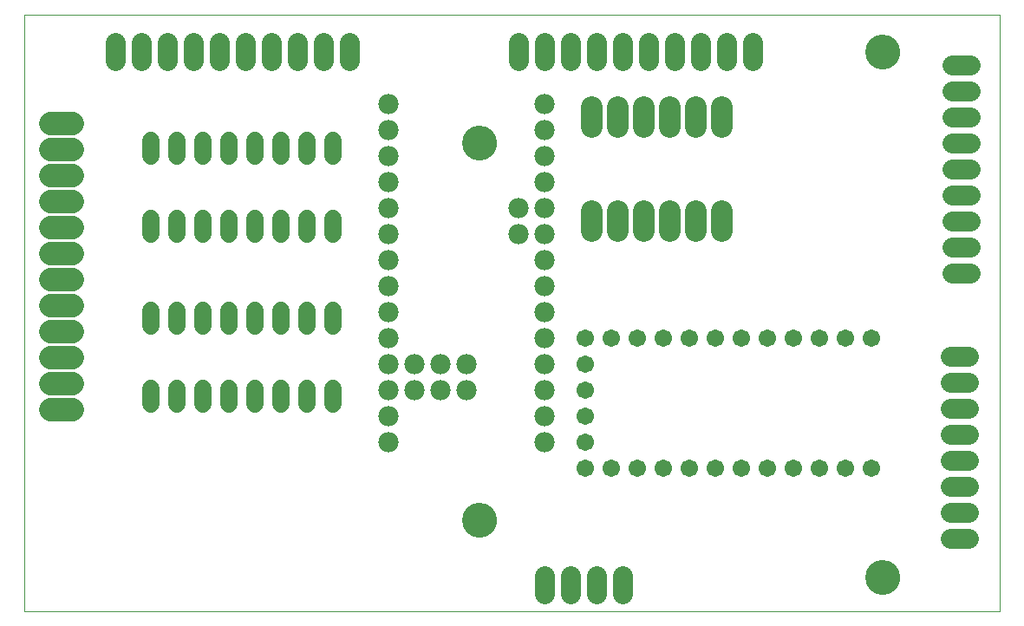
<source format=gbs>
G75*
%MOIN*%
%OFA0B0*%
%FSLAX25Y25*%
%IPPOS*%
%LPD*%
%AMOC8*
5,1,8,0,0,1.08239X$1,22.5*
%
%ADD10C,0.00000*%
%ADD11C,0.13398*%
%ADD12C,0.06737*%
%ADD13C,0.07800*%
%ADD14C,0.09068*%
%ADD15C,0.07800*%
%ADD16C,0.06737*%
%ADD17C,0.08477*%
D10*
X0001000Y0002050D02*
X0001000Y0231459D01*
X0376079Y0231459D01*
X0376079Y0002050D01*
X0001000Y0002050D01*
X0169701Y0037050D02*
X0169703Y0037208D01*
X0169709Y0037366D01*
X0169719Y0037524D01*
X0169733Y0037682D01*
X0169751Y0037839D01*
X0169772Y0037996D01*
X0169798Y0038152D01*
X0169828Y0038308D01*
X0169861Y0038463D01*
X0169899Y0038616D01*
X0169940Y0038769D01*
X0169985Y0038921D01*
X0170034Y0039072D01*
X0170087Y0039221D01*
X0170143Y0039369D01*
X0170203Y0039515D01*
X0170267Y0039660D01*
X0170335Y0039803D01*
X0170406Y0039945D01*
X0170480Y0040085D01*
X0170558Y0040222D01*
X0170640Y0040358D01*
X0170724Y0040492D01*
X0170813Y0040623D01*
X0170904Y0040752D01*
X0170999Y0040879D01*
X0171096Y0041004D01*
X0171197Y0041126D01*
X0171301Y0041245D01*
X0171408Y0041362D01*
X0171518Y0041476D01*
X0171631Y0041587D01*
X0171746Y0041696D01*
X0171864Y0041801D01*
X0171985Y0041903D01*
X0172108Y0042003D01*
X0172234Y0042099D01*
X0172362Y0042192D01*
X0172492Y0042282D01*
X0172625Y0042368D01*
X0172760Y0042452D01*
X0172896Y0042531D01*
X0173035Y0042608D01*
X0173176Y0042680D01*
X0173318Y0042750D01*
X0173462Y0042815D01*
X0173608Y0042877D01*
X0173755Y0042935D01*
X0173904Y0042990D01*
X0174054Y0043041D01*
X0174205Y0043088D01*
X0174357Y0043131D01*
X0174510Y0043170D01*
X0174665Y0043206D01*
X0174820Y0043237D01*
X0174976Y0043265D01*
X0175132Y0043289D01*
X0175289Y0043309D01*
X0175447Y0043325D01*
X0175604Y0043337D01*
X0175763Y0043345D01*
X0175921Y0043349D01*
X0176079Y0043349D01*
X0176237Y0043345D01*
X0176396Y0043337D01*
X0176553Y0043325D01*
X0176711Y0043309D01*
X0176868Y0043289D01*
X0177024Y0043265D01*
X0177180Y0043237D01*
X0177335Y0043206D01*
X0177490Y0043170D01*
X0177643Y0043131D01*
X0177795Y0043088D01*
X0177946Y0043041D01*
X0178096Y0042990D01*
X0178245Y0042935D01*
X0178392Y0042877D01*
X0178538Y0042815D01*
X0178682Y0042750D01*
X0178824Y0042680D01*
X0178965Y0042608D01*
X0179104Y0042531D01*
X0179240Y0042452D01*
X0179375Y0042368D01*
X0179508Y0042282D01*
X0179638Y0042192D01*
X0179766Y0042099D01*
X0179892Y0042003D01*
X0180015Y0041903D01*
X0180136Y0041801D01*
X0180254Y0041696D01*
X0180369Y0041587D01*
X0180482Y0041476D01*
X0180592Y0041362D01*
X0180699Y0041245D01*
X0180803Y0041126D01*
X0180904Y0041004D01*
X0181001Y0040879D01*
X0181096Y0040752D01*
X0181187Y0040623D01*
X0181276Y0040492D01*
X0181360Y0040358D01*
X0181442Y0040222D01*
X0181520Y0040085D01*
X0181594Y0039945D01*
X0181665Y0039803D01*
X0181733Y0039660D01*
X0181797Y0039515D01*
X0181857Y0039369D01*
X0181913Y0039221D01*
X0181966Y0039072D01*
X0182015Y0038921D01*
X0182060Y0038769D01*
X0182101Y0038616D01*
X0182139Y0038463D01*
X0182172Y0038308D01*
X0182202Y0038152D01*
X0182228Y0037996D01*
X0182249Y0037839D01*
X0182267Y0037682D01*
X0182281Y0037524D01*
X0182291Y0037366D01*
X0182297Y0037208D01*
X0182299Y0037050D01*
X0182297Y0036892D01*
X0182291Y0036734D01*
X0182281Y0036576D01*
X0182267Y0036418D01*
X0182249Y0036261D01*
X0182228Y0036104D01*
X0182202Y0035948D01*
X0182172Y0035792D01*
X0182139Y0035637D01*
X0182101Y0035484D01*
X0182060Y0035331D01*
X0182015Y0035179D01*
X0181966Y0035028D01*
X0181913Y0034879D01*
X0181857Y0034731D01*
X0181797Y0034585D01*
X0181733Y0034440D01*
X0181665Y0034297D01*
X0181594Y0034155D01*
X0181520Y0034015D01*
X0181442Y0033878D01*
X0181360Y0033742D01*
X0181276Y0033608D01*
X0181187Y0033477D01*
X0181096Y0033348D01*
X0181001Y0033221D01*
X0180904Y0033096D01*
X0180803Y0032974D01*
X0180699Y0032855D01*
X0180592Y0032738D01*
X0180482Y0032624D01*
X0180369Y0032513D01*
X0180254Y0032404D01*
X0180136Y0032299D01*
X0180015Y0032197D01*
X0179892Y0032097D01*
X0179766Y0032001D01*
X0179638Y0031908D01*
X0179508Y0031818D01*
X0179375Y0031732D01*
X0179240Y0031648D01*
X0179104Y0031569D01*
X0178965Y0031492D01*
X0178824Y0031420D01*
X0178682Y0031350D01*
X0178538Y0031285D01*
X0178392Y0031223D01*
X0178245Y0031165D01*
X0178096Y0031110D01*
X0177946Y0031059D01*
X0177795Y0031012D01*
X0177643Y0030969D01*
X0177490Y0030930D01*
X0177335Y0030894D01*
X0177180Y0030863D01*
X0177024Y0030835D01*
X0176868Y0030811D01*
X0176711Y0030791D01*
X0176553Y0030775D01*
X0176396Y0030763D01*
X0176237Y0030755D01*
X0176079Y0030751D01*
X0175921Y0030751D01*
X0175763Y0030755D01*
X0175604Y0030763D01*
X0175447Y0030775D01*
X0175289Y0030791D01*
X0175132Y0030811D01*
X0174976Y0030835D01*
X0174820Y0030863D01*
X0174665Y0030894D01*
X0174510Y0030930D01*
X0174357Y0030969D01*
X0174205Y0031012D01*
X0174054Y0031059D01*
X0173904Y0031110D01*
X0173755Y0031165D01*
X0173608Y0031223D01*
X0173462Y0031285D01*
X0173318Y0031350D01*
X0173176Y0031420D01*
X0173035Y0031492D01*
X0172896Y0031569D01*
X0172760Y0031648D01*
X0172625Y0031732D01*
X0172492Y0031818D01*
X0172362Y0031908D01*
X0172234Y0032001D01*
X0172108Y0032097D01*
X0171985Y0032197D01*
X0171864Y0032299D01*
X0171746Y0032404D01*
X0171631Y0032513D01*
X0171518Y0032624D01*
X0171408Y0032738D01*
X0171301Y0032855D01*
X0171197Y0032974D01*
X0171096Y0033096D01*
X0170999Y0033221D01*
X0170904Y0033348D01*
X0170813Y0033477D01*
X0170724Y0033608D01*
X0170640Y0033742D01*
X0170558Y0033878D01*
X0170480Y0034015D01*
X0170406Y0034155D01*
X0170335Y0034297D01*
X0170267Y0034440D01*
X0170203Y0034585D01*
X0170143Y0034731D01*
X0170087Y0034879D01*
X0170034Y0035028D01*
X0169985Y0035179D01*
X0169940Y0035331D01*
X0169899Y0035484D01*
X0169861Y0035637D01*
X0169828Y0035792D01*
X0169798Y0035948D01*
X0169772Y0036104D01*
X0169751Y0036261D01*
X0169733Y0036418D01*
X0169719Y0036576D01*
X0169709Y0036734D01*
X0169703Y0036892D01*
X0169701Y0037050D01*
X0324701Y0015050D02*
X0324703Y0015208D01*
X0324709Y0015366D01*
X0324719Y0015524D01*
X0324733Y0015682D01*
X0324751Y0015839D01*
X0324772Y0015996D01*
X0324798Y0016152D01*
X0324828Y0016308D01*
X0324861Y0016463D01*
X0324899Y0016616D01*
X0324940Y0016769D01*
X0324985Y0016921D01*
X0325034Y0017072D01*
X0325087Y0017221D01*
X0325143Y0017369D01*
X0325203Y0017515D01*
X0325267Y0017660D01*
X0325335Y0017803D01*
X0325406Y0017945D01*
X0325480Y0018085D01*
X0325558Y0018222D01*
X0325640Y0018358D01*
X0325724Y0018492D01*
X0325813Y0018623D01*
X0325904Y0018752D01*
X0325999Y0018879D01*
X0326096Y0019004D01*
X0326197Y0019126D01*
X0326301Y0019245D01*
X0326408Y0019362D01*
X0326518Y0019476D01*
X0326631Y0019587D01*
X0326746Y0019696D01*
X0326864Y0019801D01*
X0326985Y0019903D01*
X0327108Y0020003D01*
X0327234Y0020099D01*
X0327362Y0020192D01*
X0327492Y0020282D01*
X0327625Y0020368D01*
X0327760Y0020452D01*
X0327896Y0020531D01*
X0328035Y0020608D01*
X0328176Y0020680D01*
X0328318Y0020750D01*
X0328462Y0020815D01*
X0328608Y0020877D01*
X0328755Y0020935D01*
X0328904Y0020990D01*
X0329054Y0021041D01*
X0329205Y0021088D01*
X0329357Y0021131D01*
X0329510Y0021170D01*
X0329665Y0021206D01*
X0329820Y0021237D01*
X0329976Y0021265D01*
X0330132Y0021289D01*
X0330289Y0021309D01*
X0330447Y0021325D01*
X0330604Y0021337D01*
X0330763Y0021345D01*
X0330921Y0021349D01*
X0331079Y0021349D01*
X0331237Y0021345D01*
X0331396Y0021337D01*
X0331553Y0021325D01*
X0331711Y0021309D01*
X0331868Y0021289D01*
X0332024Y0021265D01*
X0332180Y0021237D01*
X0332335Y0021206D01*
X0332490Y0021170D01*
X0332643Y0021131D01*
X0332795Y0021088D01*
X0332946Y0021041D01*
X0333096Y0020990D01*
X0333245Y0020935D01*
X0333392Y0020877D01*
X0333538Y0020815D01*
X0333682Y0020750D01*
X0333824Y0020680D01*
X0333965Y0020608D01*
X0334104Y0020531D01*
X0334240Y0020452D01*
X0334375Y0020368D01*
X0334508Y0020282D01*
X0334638Y0020192D01*
X0334766Y0020099D01*
X0334892Y0020003D01*
X0335015Y0019903D01*
X0335136Y0019801D01*
X0335254Y0019696D01*
X0335369Y0019587D01*
X0335482Y0019476D01*
X0335592Y0019362D01*
X0335699Y0019245D01*
X0335803Y0019126D01*
X0335904Y0019004D01*
X0336001Y0018879D01*
X0336096Y0018752D01*
X0336187Y0018623D01*
X0336276Y0018492D01*
X0336360Y0018358D01*
X0336442Y0018222D01*
X0336520Y0018085D01*
X0336594Y0017945D01*
X0336665Y0017803D01*
X0336733Y0017660D01*
X0336797Y0017515D01*
X0336857Y0017369D01*
X0336913Y0017221D01*
X0336966Y0017072D01*
X0337015Y0016921D01*
X0337060Y0016769D01*
X0337101Y0016616D01*
X0337139Y0016463D01*
X0337172Y0016308D01*
X0337202Y0016152D01*
X0337228Y0015996D01*
X0337249Y0015839D01*
X0337267Y0015682D01*
X0337281Y0015524D01*
X0337291Y0015366D01*
X0337297Y0015208D01*
X0337299Y0015050D01*
X0337297Y0014892D01*
X0337291Y0014734D01*
X0337281Y0014576D01*
X0337267Y0014418D01*
X0337249Y0014261D01*
X0337228Y0014104D01*
X0337202Y0013948D01*
X0337172Y0013792D01*
X0337139Y0013637D01*
X0337101Y0013484D01*
X0337060Y0013331D01*
X0337015Y0013179D01*
X0336966Y0013028D01*
X0336913Y0012879D01*
X0336857Y0012731D01*
X0336797Y0012585D01*
X0336733Y0012440D01*
X0336665Y0012297D01*
X0336594Y0012155D01*
X0336520Y0012015D01*
X0336442Y0011878D01*
X0336360Y0011742D01*
X0336276Y0011608D01*
X0336187Y0011477D01*
X0336096Y0011348D01*
X0336001Y0011221D01*
X0335904Y0011096D01*
X0335803Y0010974D01*
X0335699Y0010855D01*
X0335592Y0010738D01*
X0335482Y0010624D01*
X0335369Y0010513D01*
X0335254Y0010404D01*
X0335136Y0010299D01*
X0335015Y0010197D01*
X0334892Y0010097D01*
X0334766Y0010001D01*
X0334638Y0009908D01*
X0334508Y0009818D01*
X0334375Y0009732D01*
X0334240Y0009648D01*
X0334104Y0009569D01*
X0333965Y0009492D01*
X0333824Y0009420D01*
X0333682Y0009350D01*
X0333538Y0009285D01*
X0333392Y0009223D01*
X0333245Y0009165D01*
X0333096Y0009110D01*
X0332946Y0009059D01*
X0332795Y0009012D01*
X0332643Y0008969D01*
X0332490Y0008930D01*
X0332335Y0008894D01*
X0332180Y0008863D01*
X0332024Y0008835D01*
X0331868Y0008811D01*
X0331711Y0008791D01*
X0331553Y0008775D01*
X0331396Y0008763D01*
X0331237Y0008755D01*
X0331079Y0008751D01*
X0330921Y0008751D01*
X0330763Y0008755D01*
X0330604Y0008763D01*
X0330447Y0008775D01*
X0330289Y0008791D01*
X0330132Y0008811D01*
X0329976Y0008835D01*
X0329820Y0008863D01*
X0329665Y0008894D01*
X0329510Y0008930D01*
X0329357Y0008969D01*
X0329205Y0009012D01*
X0329054Y0009059D01*
X0328904Y0009110D01*
X0328755Y0009165D01*
X0328608Y0009223D01*
X0328462Y0009285D01*
X0328318Y0009350D01*
X0328176Y0009420D01*
X0328035Y0009492D01*
X0327896Y0009569D01*
X0327760Y0009648D01*
X0327625Y0009732D01*
X0327492Y0009818D01*
X0327362Y0009908D01*
X0327234Y0010001D01*
X0327108Y0010097D01*
X0326985Y0010197D01*
X0326864Y0010299D01*
X0326746Y0010404D01*
X0326631Y0010513D01*
X0326518Y0010624D01*
X0326408Y0010738D01*
X0326301Y0010855D01*
X0326197Y0010974D01*
X0326096Y0011096D01*
X0325999Y0011221D01*
X0325904Y0011348D01*
X0325813Y0011477D01*
X0325724Y0011608D01*
X0325640Y0011742D01*
X0325558Y0011878D01*
X0325480Y0012015D01*
X0325406Y0012155D01*
X0325335Y0012297D01*
X0325267Y0012440D01*
X0325203Y0012585D01*
X0325143Y0012731D01*
X0325087Y0012879D01*
X0325034Y0013028D01*
X0324985Y0013179D01*
X0324940Y0013331D01*
X0324899Y0013484D01*
X0324861Y0013637D01*
X0324828Y0013792D01*
X0324798Y0013948D01*
X0324772Y0014104D01*
X0324751Y0014261D01*
X0324733Y0014418D01*
X0324719Y0014576D01*
X0324709Y0014734D01*
X0324703Y0014892D01*
X0324701Y0015050D01*
X0169701Y0182050D02*
X0169703Y0182208D01*
X0169709Y0182366D01*
X0169719Y0182524D01*
X0169733Y0182682D01*
X0169751Y0182839D01*
X0169772Y0182996D01*
X0169798Y0183152D01*
X0169828Y0183308D01*
X0169861Y0183463D01*
X0169899Y0183616D01*
X0169940Y0183769D01*
X0169985Y0183921D01*
X0170034Y0184072D01*
X0170087Y0184221D01*
X0170143Y0184369D01*
X0170203Y0184515D01*
X0170267Y0184660D01*
X0170335Y0184803D01*
X0170406Y0184945D01*
X0170480Y0185085D01*
X0170558Y0185222D01*
X0170640Y0185358D01*
X0170724Y0185492D01*
X0170813Y0185623D01*
X0170904Y0185752D01*
X0170999Y0185879D01*
X0171096Y0186004D01*
X0171197Y0186126D01*
X0171301Y0186245D01*
X0171408Y0186362D01*
X0171518Y0186476D01*
X0171631Y0186587D01*
X0171746Y0186696D01*
X0171864Y0186801D01*
X0171985Y0186903D01*
X0172108Y0187003D01*
X0172234Y0187099D01*
X0172362Y0187192D01*
X0172492Y0187282D01*
X0172625Y0187368D01*
X0172760Y0187452D01*
X0172896Y0187531D01*
X0173035Y0187608D01*
X0173176Y0187680D01*
X0173318Y0187750D01*
X0173462Y0187815D01*
X0173608Y0187877D01*
X0173755Y0187935D01*
X0173904Y0187990D01*
X0174054Y0188041D01*
X0174205Y0188088D01*
X0174357Y0188131D01*
X0174510Y0188170D01*
X0174665Y0188206D01*
X0174820Y0188237D01*
X0174976Y0188265D01*
X0175132Y0188289D01*
X0175289Y0188309D01*
X0175447Y0188325D01*
X0175604Y0188337D01*
X0175763Y0188345D01*
X0175921Y0188349D01*
X0176079Y0188349D01*
X0176237Y0188345D01*
X0176396Y0188337D01*
X0176553Y0188325D01*
X0176711Y0188309D01*
X0176868Y0188289D01*
X0177024Y0188265D01*
X0177180Y0188237D01*
X0177335Y0188206D01*
X0177490Y0188170D01*
X0177643Y0188131D01*
X0177795Y0188088D01*
X0177946Y0188041D01*
X0178096Y0187990D01*
X0178245Y0187935D01*
X0178392Y0187877D01*
X0178538Y0187815D01*
X0178682Y0187750D01*
X0178824Y0187680D01*
X0178965Y0187608D01*
X0179104Y0187531D01*
X0179240Y0187452D01*
X0179375Y0187368D01*
X0179508Y0187282D01*
X0179638Y0187192D01*
X0179766Y0187099D01*
X0179892Y0187003D01*
X0180015Y0186903D01*
X0180136Y0186801D01*
X0180254Y0186696D01*
X0180369Y0186587D01*
X0180482Y0186476D01*
X0180592Y0186362D01*
X0180699Y0186245D01*
X0180803Y0186126D01*
X0180904Y0186004D01*
X0181001Y0185879D01*
X0181096Y0185752D01*
X0181187Y0185623D01*
X0181276Y0185492D01*
X0181360Y0185358D01*
X0181442Y0185222D01*
X0181520Y0185085D01*
X0181594Y0184945D01*
X0181665Y0184803D01*
X0181733Y0184660D01*
X0181797Y0184515D01*
X0181857Y0184369D01*
X0181913Y0184221D01*
X0181966Y0184072D01*
X0182015Y0183921D01*
X0182060Y0183769D01*
X0182101Y0183616D01*
X0182139Y0183463D01*
X0182172Y0183308D01*
X0182202Y0183152D01*
X0182228Y0182996D01*
X0182249Y0182839D01*
X0182267Y0182682D01*
X0182281Y0182524D01*
X0182291Y0182366D01*
X0182297Y0182208D01*
X0182299Y0182050D01*
X0182297Y0181892D01*
X0182291Y0181734D01*
X0182281Y0181576D01*
X0182267Y0181418D01*
X0182249Y0181261D01*
X0182228Y0181104D01*
X0182202Y0180948D01*
X0182172Y0180792D01*
X0182139Y0180637D01*
X0182101Y0180484D01*
X0182060Y0180331D01*
X0182015Y0180179D01*
X0181966Y0180028D01*
X0181913Y0179879D01*
X0181857Y0179731D01*
X0181797Y0179585D01*
X0181733Y0179440D01*
X0181665Y0179297D01*
X0181594Y0179155D01*
X0181520Y0179015D01*
X0181442Y0178878D01*
X0181360Y0178742D01*
X0181276Y0178608D01*
X0181187Y0178477D01*
X0181096Y0178348D01*
X0181001Y0178221D01*
X0180904Y0178096D01*
X0180803Y0177974D01*
X0180699Y0177855D01*
X0180592Y0177738D01*
X0180482Y0177624D01*
X0180369Y0177513D01*
X0180254Y0177404D01*
X0180136Y0177299D01*
X0180015Y0177197D01*
X0179892Y0177097D01*
X0179766Y0177001D01*
X0179638Y0176908D01*
X0179508Y0176818D01*
X0179375Y0176732D01*
X0179240Y0176648D01*
X0179104Y0176569D01*
X0178965Y0176492D01*
X0178824Y0176420D01*
X0178682Y0176350D01*
X0178538Y0176285D01*
X0178392Y0176223D01*
X0178245Y0176165D01*
X0178096Y0176110D01*
X0177946Y0176059D01*
X0177795Y0176012D01*
X0177643Y0175969D01*
X0177490Y0175930D01*
X0177335Y0175894D01*
X0177180Y0175863D01*
X0177024Y0175835D01*
X0176868Y0175811D01*
X0176711Y0175791D01*
X0176553Y0175775D01*
X0176396Y0175763D01*
X0176237Y0175755D01*
X0176079Y0175751D01*
X0175921Y0175751D01*
X0175763Y0175755D01*
X0175604Y0175763D01*
X0175447Y0175775D01*
X0175289Y0175791D01*
X0175132Y0175811D01*
X0174976Y0175835D01*
X0174820Y0175863D01*
X0174665Y0175894D01*
X0174510Y0175930D01*
X0174357Y0175969D01*
X0174205Y0176012D01*
X0174054Y0176059D01*
X0173904Y0176110D01*
X0173755Y0176165D01*
X0173608Y0176223D01*
X0173462Y0176285D01*
X0173318Y0176350D01*
X0173176Y0176420D01*
X0173035Y0176492D01*
X0172896Y0176569D01*
X0172760Y0176648D01*
X0172625Y0176732D01*
X0172492Y0176818D01*
X0172362Y0176908D01*
X0172234Y0177001D01*
X0172108Y0177097D01*
X0171985Y0177197D01*
X0171864Y0177299D01*
X0171746Y0177404D01*
X0171631Y0177513D01*
X0171518Y0177624D01*
X0171408Y0177738D01*
X0171301Y0177855D01*
X0171197Y0177974D01*
X0171096Y0178096D01*
X0170999Y0178221D01*
X0170904Y0178348D01*
X0170813Y0178477D01*
X0170724Y0178608D01*
X0170640Y0178742D01*
X0170558Y0178878D01*
X0170480Y0179015D01*
X0170406Y0179155D01*
X0170335Y0179297D01*
X0170267Y0179440D01*
X0170203Y0179585D01*
X0170143Y0179731D01*
X0170087Y0179879D01*
X0170034Y0180028D01*
X0169985Y0180179D01*
X0169940Y0180331D01*
X0169899Y0180484D01*
X0169861Y0180637D01*
X0169828Y0180792D01*
X0169798Y0180948D01*
X0169772Y0181104D01*
X0169751Y0181261D01*
X0169733Y0181418D01*
X0169719Y0181576D01*
X0169709Y0181734D01*
X0169703Y0181892D01*
X0169701Y0182050D01*
X0324701Y0217050D02*
X0324703Y0217208D01*
X0324709Y0217366D01*
X0324719Y0217524D01*
X0324733Y0217682D01*
X0324751Y0217839D01*
X0324772Y0217996D01*
X0324798Y0218152D01*
X0324828Y0218308D01*
X0324861Y0218463D01*
X0324899Y0218616D01*
X0324940Y0218769D01*
X0324985Y0218921D01*
X0325034Y0219072D01*
X0325087Y0219221D01*
X0325143Y0219369D01*
X0325203Y0219515D01*
X0325267Y0219660D01*
X0325335Y0219803D01*
X0325406Y0219945D01*
X0325480Y0220085D01*
X0325558Y0220222D01*
X0325640Y0220358D01*
X0325724Y0220492D01*
X0325813Y0220623D01*
X0325904Y0220752D01*
X0325999Y0220879D01*
X0326096Y0221004D01*
X0326197Y0221126D01*
X0326301Y0221245D01*
X0326408Y0221362D01*
X0326518Y0221476D01*
X0326631Y0221587D01*
X0326746Y0221696D01*
X0326864Y0221801D01*
X0326985Y0221903D01*
X0327108Y0222003D01*
X0327234Y0222099D01*
X0327362Y0222192D01*
X0327492Y0222282D01*
X0327625Y0222368D01*
X0327760Y0222452D01*
X0327896Y0222531D01*
X0328035Y0222608D01*
X0328176Y0222680D01*
X0328318Y0222750D01*
X0328462Y0222815D01*
X0328608Y0222877D01*
X0328755Y0222935D01*
X0328904Y0222990D01*
X0329054Y0223041D01*
X0329205Y0223088D01*
X0329357Y0223131D01*
X0329510Y0223170D01*
X0329665Y0223206D01*
X0329820Y0223237D01*
X0329976Y0223265D01*
X0330132Y0223289D01*
X0330289Y0223309D01*
X0330447Y0223325D01*
X0330604Y0223337D01*
X0330763Y0223345D01*
X0330921Y0223349D01*
X0331079Y0223349D01*
X0331237Y0223345D01*
X0331396Y0223337D01*
X0331553Y0223325D01*
X0331711Y0223309D01*
X0331868Y0223289D01*
X0332024Y0223265D01*
X0332180Y0223237D01*
X0332335Y0223206D01*
X0332490Y0223170D01*
X0332643Y0223131D01*
X0332795Y0223088D01*
X0332946Y0223041D01*
X0333096Y0222990D01*
X0333245Y0222935D01*
X0333392Y0222877D01*
X0333538Y0222815D01*
X0333682Y0222750D01*
X0333824Y0222680D01*
X0333965Y0222608D01*
X0334104Y0222531D01*
X0334240Y0222452D01*
X0334375Y0222368D01*
X0334508Y0222282D01*
X0334638Y0222192D01*
X0334766Y0222099D01*
X0334892Y0222003D01*
X0335015Y0221903D01*
X0335136Y0221801D01*
X0335254Y0221696D01*
X0335369Y0221587D01*
X0335482Y0221476D01*
X0335592Y0221362D01*
X0335699Y0221245D01*
X0335803Y0221126D01*
X0335904Y0221004D01*
X0336001Y0220879D01*
X0336096Y0220752D01*
X0336187Y0220623D01*
X0336276Y0220492D01*
X0336360Y0220358D01*
X0336442Y0220222D01*
X0336520Y0220085D01*
X0336594Y0219945D01*
X0336665Y0219803D01*
X0336733Y0219660D01*
X0336797Y0219515D01*
X0336857Y0219369D01*
X0336913Y0219221D01*
X0336966Y0219072D01*
X0337015Y0218921D01*
X0337060Y0218769D01*
X0337101Y0218616D01*
X0337139Y0218463D01*
X0337172Y0218308D01*
X0337202Y0218152D01*
X0337228Y0217996D01*
X0337249Y0217839D01*
X0337267Y0217682D01*
X0337281Y0217524D01*
X0337291Y0217366D01*
X0337297Y0217208D01*
X0337299Y0217050D01*
X0337297Y0216892D01*
X0337291Y0216734D01*
X0337281Y0216576D01*
X0337267Y0216418D01*
X0337249Y0216261D01*
X0337228Y0216104D01*
X0337202Y0215948D01*
X0337172Y0215792D01*
X0337139Y0215637D01*
X0337101Y0215484D01*
X0337060Y0215331D01*
X0337015Y0215179D01*
X0336966Y0215028D01*
X0336913Y0214879D01*
X0336857Y0214731D01*
X0336797Y0214585D01*
X0336733Y0214440D01*
X0336665Y0214297D01*
X0336594Y0214155D01*
X0336520Y0214015D01*
X0336442Y0213878D01*
X0336360Y0213742D01*
X0336276Y0213608D01*
X0336187Y0213477D01*
X0336096Y0213348D01*
X0336001Y0213221D01*
X0335904Y0213096D01*
X0335803Y0212974D01*
X0335699Y0212855D01*
X0335592Y0212738D01*
X0335482Y0212624D01*
X0335369Y0212513D01*
X0335254Y0212404D01*
X0335136Y0212299D01*
X0335015Y0212197D01*
X0334892Y0212097D01*
X0334766Y0212001D01*
X0334638Y0211908D01*
X0334508Y0211818D01*
X0334375Y0211732D01*
X0334240Y0211648D01*
X0334104Y0211569D01*
X0333965Y0211492D01*
X0333824Y0211420D01*
X0333682Y0211350D01*
X0333538Y0211285D01*
X0333392Y0211223D01*
X0333245Y0211165D01*
X0333096Y0211110D01*
X0332946Y0211059D01*
X0332795Y0211012D01*
X0332643Y0210969D01*
X0332490Y0210930D01*
X0332335Y0210894D01*
X0332180Y0210863D01*
X0332024Y0210835D01*
X0331868Y0210811D01*
X0331711Y0210791D01*
X0331553Y0210775D01*
X0331396Y0210763D01*
X0331237Y0210755D01*
X0331079Y0210751D01*
X0330921Y0210751D01*
X0330763Y0210755D01*
X0330604Y0210763D01*
X0330447Y0210775D01*
X0330289Y0210791D01*
X0330132Y0210811D01*
X0329976Y0210835D01*
X0329820Y0210863D01*
X0329665Y0210894D01*
X0329510Y0210930D01*
X0329357Y0210969D01*
X0329205Y0211012D01*
X0329054Y0211059D01*
X0328904Y0211110D01*
X0328755Y0211165D01*
X0328608Y0211223D01*
X0328462Y0211285D01*
X0328318Y0211350D01*
X0328176Y0211420D01*
X0328035Y0211492D01*
X0327896Y0211569D01*
X0327760Y0211648D01*
X0327625Y0211732D01*
X0327492Y0211818D01*
X0327362Y0211908D01*
X0327234Y0212001D01*
X0327108Y0212097D01*
X0326985Y0212197D01*
X0326864Y0212299D01*
X0326746Y0212404D01*
X0326631Y0212513D01*
X0326518Y0212624D01*
X0326408Y0212738D01*
X0326301Y0212855D01*
X0326197Y0212974D01*
X0326096Y0213096D01*
X0325999Y0213221D01*
X0325904Y0213348D01*
X0325813Y0213477D01*
X0325724Y0213608D01*
X0325640Y0213742D01*
X0325558Y0213878D01*
X0325480Y0214015D01*
X0325406Y0214155D01*
X0325335Y0214297D01*
X0325267Y0214440D01*
X0325203Y0214585D01*
X0325143Y0214731D01*
X0325087Y0214879D01*
X0325034Y0215028D01*
X0324985Y0215179D01*
X0324940Y0215331D01*
X0324899Y0215484D01*
X0324861Y0215637D01*
X0324828Y0215792D01*
X0324798Y0215948D01*
X0324772Y0216104D01*
X0324751Y0216261D01*
X0324733Y0216418D01*
X0324719Y0216576D01*
X0324709Y0216734D01*
X0324703Y0216892D01*
X0324701Y0217050D01*
D11*
X0331000Y0217050D03*
X0176000Y0182050D03*
X0176000Y0037050D03*
X0331000Y0015050D03*
D12*
X0119500Y0081581D02*
X0119500Y0087519D01*
X0109500Y0087519D02*
X0109500Y0081581D01*
X0099500Y0081581D02*
X0099500Y0087519D01*
X0089500Y0087519D02*
X0089500Y0081581D01*
X0079500Y0081581D02*
X0079500Y0087519D01*
X0069500Y0087519D02*
X0069500Y0081581D01*
X0059500Y0081581D02*
X0059500Y0087519D01*
X0049500Y0087519D02*
X0049500Y0081581D01*
X0049500Y0111581D02*
X0049500Y0117519D01*
X0059500Y0117519D02*
X0059500Y0111581D01*
X0069500Y0111581D02*
X0069500Y0117519D01*
X0079500Y0117519D02*
X0079500Y0111581D01*
X0089500Y0111581D02*
X0089500Y0117519D01*
X0099500Y0117519D02*
X0099500Y0111581D01*
X0109500Y0111581D02*
X0109500Y0117519D01*
X0119500Y0117519D02*
X0119500Y0111581D01*
X0119500Y0147081D02*
X0119500Y0153019D01*
X0109500Y0153019D02*
X0109500Y0147081D01*
X0099500Y0147081D02*
X0099500Y0153019D01*
X0089500Y0153019D02*
X0089500Y0147081D01*
X0079500Y0147081D02*
X0079500Y0153019D01*
X0069500Y0153019D02*
X0069500Y0147081D01*
X0059500Y0147081D02*
X0059500Y0153019D01*
X0049500Y0153019D02*
X0049500Y0147081D01*
X0049500Y0177081D02*
X0049500Y0183019D01*
X0059500Y0183019D02*
X0059500Y0177081D01*
X0069500Y0177081D02*
X0069500Y0183019D01*
X0079500Y0183019D02*
X0079500Y0177081D01*
X0089500Y0177081D02*
X0089500Y0183019D01*
X0099500Y0183019D02*
X0099500Y0177081D01*
X0109500Y0177081D02*
X0109500Y0183019D01*
X0119500Y0183019D02*
X0119500Y0177081D01*
D13*
X0141000Y0177050D03*
X0141000Y0187050D03*
X0141000Y0197050D03*
X0141000Y0167050D03*
X0141000Y0157050D03*
X0141000Y0147050D03*
X0141000Y0137050D03*
X0141000Y0127050D03*
X0141000Y0117050D03*
X0141000Y0107050D03*
X0141000Y0097050D03*
X0151000Y0097050D03*
X0161000Y0097050D03*
X0171000Y0097050D03*
X0171000Y0087050D03*
X0161000Y0087050D03*
X0151000Y0087050D03*
X0141000Y0087050D03*
X0141000Y0077050D03*
X0141000Y0067050D03*
X0201000Y0067050D03*
X0201000Y0077050D03*
X0201000Y0087050D03*
X0201000Y0097050D03*
X0201000Y0107050D03*
X0201000Y0117050D03*
X0201000Y0127050D03*
X0201000Y0137050D03*
X0201000Y0147050D03*
X0191000Y0147050D03*
X0191000Y0157050D03*
X0201000Y0157050D03*
X0201000Y0167050D03*
X0201000Y0177050D03*
X0201000Y0187050D03*
X0201000Y0197050D03*
D14*
X0019134Y0189550D02*
X0010866Y0189550D01*
X0010866Y0179550D02*
X0019134Y0179550D01*
X0019134Y0169550D02*
X0010866Y0169550D01*
X0010866Y0159550D02*
X0019134Y0159550D01*
X0019134Y0149550D02*
X0010866Y0149550D01*
X0010866Y0139550D02*
X0019134Y0139550D01*
X0019134Y0129550D02*
X0010866Y0129550D01*
X0010866Y0119550D02*
X0019134Y0119550D01*
X0019134Y0109550D02*
X0010866Y0109550D01*
X0010866Y0099550D02*
X0019134Y0099550D01*
X0019134Y0089550D02*
X0010866Y0089550D01*
X0010866Y0079550D02*
X0019134Y0079550D01*
D15*
X0201000Y0015550D02*
X0201000Y0008550D01*
X0211000Y0008550D02*
X0211000Y0015550D01*
X0221000Y0015550D02*
X0221000Y0008550D01*
X0231000Y0008550D02*
X0231000Y0015550D01*
X0357000Y0030050D02*
X0364000Y0030050D01*
X0364000Y0040050D02*
X0357000Y0040050D01*
X0357000Y0050050D02*
X0364000Y0050050D01*
X0364000Y0060050D02*
X0357000Y0060050D01*
X0357000Y0070050D02*
X0364000Y0070050D01*
X0364000Y0080050D02*
X0357000Y0080050D01*
X0357000Y0090050D02*
X0364000Y0090050D01*
X0364000Y0100050D02*
X0357000Y0100050D01*
X0357500Y0132050D02*
X0364500Y0132050D01*
X0364500Y0142050D02*
X0357500Y0142050D01*
X0357500Y0152050D02*
X0364500Y0152050D01*
X0364500Y0162050D02*
X0357500Y0162050D01*
X0357500Y0172050D02*
X0364500Y0172050D01*
X0364500Y0182050D02*
X0357500Y0182050D01*
X0357500Y0192050D02*
X0364500Y0192050D01*
X0364500Y0202050D02*
X0357500Y0202050D01*
X0357500Y0212050D02*
X0364500Y0212050D01*
X0281000Y0213550D02*
X0281000Y0220550D01*
X0271000Y0220550D02*
X0271000Y0213550D01*
X0261000Y0213550D02*
X0261000Y0220550D01*
X0251000Y0220550D02*
X0251000Y0213550D01*
X0241000Y0213550D02*
X0241000Y0220550D01*
X0231000Y0220550D02*
X0231000Y0213550D01*
X0221000Y0213550D02*
X0221000Y0220550D01*
X0211000Y0220550D02*
X0211000Y0213550D01*
X0201000Y0213550D02*
X0201000Y0220550D01*
X0191000Y0220550D02*
X0191000Y0213550D01*
X0126000Y0213550D02*
X0126000Y0220550D01*
X0116000Y0220550D02*
X0116000Y0213550D01*
X0106000Y0213550D02*
X0106000Y0220550D01*
X0096000Y0220550D02*
X0096000Y0213550D01*
X0086000Y0213550D02*
X0086000Y0220550D01*
X0076000Y0220550D02*
X0076000Y0213550D01*
X0066000Y0213550D02*
X0066000Y0220550D01*
X0056000Y0220550D02*
X0056000Y0213550D01*
X0046000Y0213550D02*
X0046000Y0220550D01*
X0036000Y0220550D02*
X0036000Y0213550D01*
D16*
X0216500Y0107050D03*
X0226500Y0107050D03*
X0236500Y0107050D03*
X0246500Y0107050D03*
X0256500Y0107050D03*
X0266500Y0107050D03*
X0276500Y0107050D03*
X0286500Y0107050D03*
X0296500Y0107050D03*
X0306500Y0107050D03*
X0316500Y0107050D03*
X0326500Y0107050D03*
X0326500Y0057050D03*
X0316500Y0057050D03*
X0306500Y0057050D03*
X0296500Y0057050D03*
X0286500Y0057050D03*
X0276500Y0057050D03*
X0266500Y0057050D03*
X0256500Y0057050D03*
X0246500Y0057050D03*
X0236500Y0057050D03*
X0226500Y0057050D03*
X0216500Y0057050D03*
X0216500Y0067050D03*
X0216500Y0077050D03*
X0216500Y0087050D03*
X0216500Y0097050D03*
D17*
X0219000Y0148211D02*
X0219000Y0155889D01*
X0229000Y0155889D02*
X0229000Y0148211D01*
X0239000Y0148211D02*
X0239000Y0155889D01*
X0249000Y0155889D02*
X0249000Y0148211D01*
X0259000Y0148211D02*
X0259000Y0155889D01*
X0269000Y0155889D02*
X0269000Y0148211D01*
X0269000Y0188211D02*
X0269000Y0195889D01*
X0259000Y0195889D02*
X0259000Y0188211D01*
X0249000Y0188211D02*
X0249000Y0195889D01*
X0239000Y0195889D02*
X0239000Y0188211D01*
X0229000Y0188211D02*
X0229000Y0195889D01*
X0219000Y0195889D02*
X0219000Y0188211D01*
M02*

</source>
